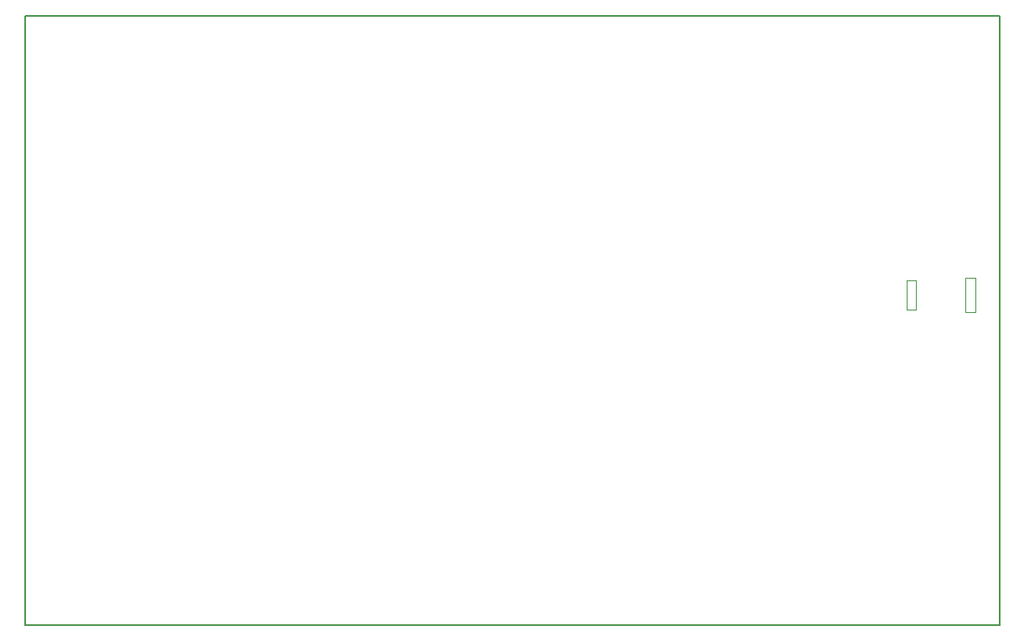
<source format=gm1>
G04 #@! TF.FileFunction,Profile,NP*
%FSLAX46Y46*%
G04 Gerber Fmt 4.6, Leading zero omitted, Abs format (unit mm)*
G04 Created by KiCad (PCBNEW 4.0.7-e2-6376~58~ubuntu16.04.1) date Sat Jul 28 00:22:21 2018*
%MOMM*%
%LPD*%
G01*
G04 APERTURE LIST*
%ADD10C,0.100000*%
%ADD11C,0.150000*%
%ADD12C,0.000100*%
G04 APERTURE END LIST*
D10*
D11*
X106045000Y-88900000D02*
X106045000Y-90170000D01*
X204470000Y-88900000D02*
X106045000Y-88900000D01*
X204470000Y-150495000D02*
X204470000Y-88900000D01*
X106045000Y-150495000D02*
X204470000Y-150495000D01*
X106045000Y-90170000D02*
X106045000Y-150495000D01*
D12*
X201080000Y-115344000D02*
X202080000Y-115344000D01*
X202080000Y-115344000D02*
X202080000Y-118844000D01*
X202080000Y-118844000D02*
X201080000Y-118844000D01*
X201080000Y-118844000D02*
X201080000Y-115344000D01*
X195080000Y-115594000D02*
X196080000Y-115594000D01*
X196080000Y-115594000D02*
X196080000Y-118594000D01*
X196080000Y-118594000D02*
X195080000Y-118594000D01*
X195080000Y-118594000D02*
X195080000Y-115594000D01*
M02*

</source>
